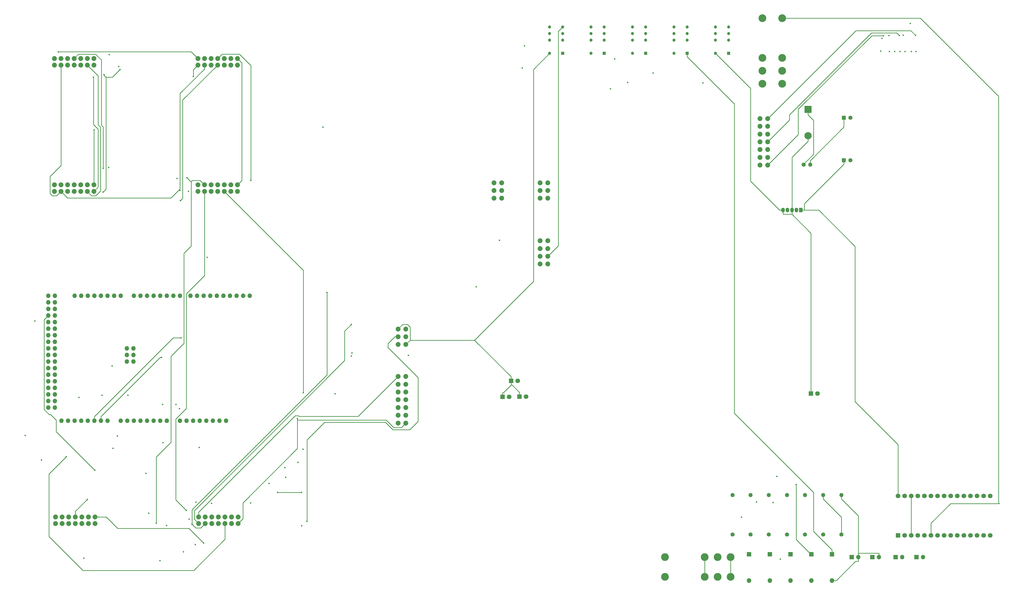
<source format=gbr>
G04 #@! TF.FileFunction,Copper,L2,Inr,Signal*
%FSLAX46Y46*%
G04 Gerber Fmt 4.6, Leading zero omitted, Abs format (unit mm)*
G04 Created by KiCad (PCBNEW 4.0.6) date 03/06/20 14:39:01*
%MOMM*%
%LPD*%
G01*
G04 APERTURE LIST*
%ADD10C,0.100000*%
%ADD11C,1.879600*%
%ADD12R,1.600000X1.600000*%
%ADD13C,1.600000*%
%ADD14R,1.800000X1.800000*%
%ADD15C,1.800000*%
%ADD16O,1.800000X1.800000*%
%ADD17R,2.800000X2.800000*%
%ADD18O,2.800000X2.800000*%
%ADD19R,1.200000X1.200000*%
%ADD20C,1.200000*%
%ADD21R,1.700000X1.700000*%
%ADD22O,1.700000X1.700000*%
%ADD23C,3.000000*%
%ADD24R,1.350000X1.800000*%
%ADD25O,1.350000X1.800000*%
%ADD26O,1.600000X1.600000*%
%ADD27O,1.727200X1.727200*%
%ADD28C,0.600000*%
%ADD29C,0.250000*%
G04 APERTURE END LIST*
D10*
D11*
X133400000Y-102400000D03*
X133400000Y-104940000D03*
X135940000Y-102400000D03*
X135940000Y-104940000D03*
X138480000Y-102400000D03*
X138480000Y-104940000D03*
X141020000Y-102400000D03*
X141020000Y-104940000D03*
X143560000Y-102400000D03*
X143560000Y-104940000D03*
X146100000Y-102400000D03*
X146100000Y-104940000D03*
X148640000Y-102400000D03*
X148640000Y-104940000D03*
X188800000Y-102400000D03*
X188800000Y-104940000D03*
X191340000Y-102400000D03*
X191340000Y-104940000D03*
X193880000Y-102400000D03*
X193880000Y-104940000D03*
X196420000Y-102400000D03*
X196420000Y-104940000D03*
X198960000Y-102400000D03*
X198960000Y-104940000D03*
X201500000Y-102400000D03*
X201500000Y-104940000D03*
X204040000Y-102400000D03*
X204040000Y-104940000D03*
X188800000Y-151200000D03*
X188800000Y-153740000D03*
X191340000Y-151200000D03*
X191340000Y-153740000D03*
X193880000Y-151200000D03*
X193880000Y-153740000D03*
X196420000Y-151200000D03*
X196420000Y-153740000D03*
X198960000Y-151200000D03*
X198960000Y-153740000D03*
X201500000Y-151200000D03*
X201500000Y-153740000D03*
X204040000Y-151200000D03*
X204040000Y-153740000D03*
X133400000Y-151200000D03*
X133400000Y-153740000D03*
X135940000Y-151200000D03*
X135940000Y-153740000D03*
X138480000Y-151200000D03*
X138480000Y-153740000D03*
X141020000Y-151200000D03*
X141020000Y-153740000D03*
X143560000Y-151200000D03*
X143560000Y-153740000D03*
X146100000Y-151200000D03*
X146100000Y-153740000D03*
X148640000Y-151200000D03*
X148640000Y-153740000D03*
X149100000Y-282000000D03*
X149100000Y-279460000D03*
X146560000Y-282000000D03*
X146560000Y-279460000D03*
X144020000Y-282000000D03*
X144020000Y-279460000D03*
X141480000Y-282000000D03*
X141480000Y-279460000D03*
X138940000Y-282000000D03*
X138940000Y-279460000D03*
X136400000Y-282000000D03*
X136400000Y-279460000D03*
X133860000Y-282000000D03*
X133860000Y-279460000D03*
X204343000Y-282000000D03*
X204343000Y-279460000D03*
X201803000Y-282000000D03*
X201803000Y-279460000D03*
X199263000Y-282000000D03*
X199263000Y-279460000D03*
X196723000Y-282000000D03*
X196723000Y-279460000D03*
X194183000Y-282000000D03*
X194183000Y-279460000D03*
X191643000Y-282000000D03*
X191643000Y-279460000D03*
X189103000Y-282000000D03*
X189103000Y-279460000D03*
D12*
X438000000Y-141707000D03*
D13*
X440500000Y-141707000D03*
D12*
X438000000Y-125273000D03*
D13*
X440500000Y-125273000D03*
D14*
X312852000Y-232995000D03*
D15*
X315392000Y-232995000D03*
D14*
X401444000Y-293832000D03*
D16*
X401444000Y-303992000D03*
D14*
X409444000Y-293832000D03*
D16*
X409444000Y-303992000D03*
D14*
X417444000Y-293832000D03*
D16*
X417444000Y-303992000D03*
D14*
X425444000Y-293832000D03*
D16*
X425444000Y-303992000D03*
D14*
X425298000Y-231800000D03*
D15*
X427838000Y-231800000D03*
D17*
X424155000Y-122072000D03*
D18*
X424155000Y-132232000D03*
D14*
X433444000Y-293832000D03*
D16*
X433444000Y-303992000D03*
D14*
X309601000Y-226924000D03*
D15*
X312141000Y-226924000D03*
D14*
X306350000Y-233071000D03*
D15*
X308890000Y-233071000D03*
D19*
X393540000Y-100450000D03*
D20*
X388460000Y-100450000D03*
X393540000Y-95370000D03*
X388460000Y-90290000D03*
X393540000Y-92830000D03*
X393540000Y-90290000D03*
X388460000Y-95370000D03*
X388460000Y-92830000D03*
D19*
X361540000Y-100450000D03*
D20*
X356460000Y-100450000D03*
X361540000Y-95370000D03*
X356460000Y-90290000D03*
X361540000Y-92830000D03*
X361540000Y-90290000D03*
X356460000Y-95370000D03*
X356460000Y-92830000D03*
D19*
X345540000Y-100450000D03*
D20*
X340460000Y-100450000D03*
X345540000Y-95370000D03*
X340460000Y-90290000D03*
X345540000Y-92830000D03*
X345540000Y-90290000D03*
X340460000Y-95370000D03*
X340460000Y-92830000D03*
D19*
X329540000Y-100450000D03*
D20*
X324460000Y-100450000D03*
X329540000Y-95370000D03*
X324460000Y-90290000D03*
X329540000Y-92830000D03*
X329540000Y-90290000D03*
X324460000Y-95370000D03*
X324460000Y-92830000D03*
D19*
X377540000Y-100450000D03*
D20*
X372460000Y-100450000D03*
X377540000Y-95370000D03*
X372460000Y-90290000D03*
X377540000Y-92830000D03*
X377540000Y-90290000D03*
X372460000Y-95370000D03*
X372460000Y-92830000D03*
D21*
X466000000Y-295000000D03*
D22*
X468540000Y-295000000D03*
D14*
X458927000Y-286588000D03*
D15*
X461467000Y-286588000D03*
X464007000Y-286588000D03*
X466547000Y-286588000D03*
X469087000Y-286588000D03*
X471627000Y-286588000D03*
X474167000Y-286588000D03*
X476707000Y-286588000D03*
X479247000Y-286588000D03*
X481787000Y-286588000D03*
X484327000Y-286588000D03*
X486867000Y-286588000D03*
X489407000Y-286588000D03*
X491947000Y-286588000D03*
X494487000Y-286588000D03*
X494487000Y-271348000D03*
X491947000Y-271348000D03*
X489407000Y-271348000D03*
X486867000Y-271348000D03*
X484327000Y-271348000D03*
X481787000Y-271348000D03*
X479247000Y-271348000D03*
X476707000Y-271348000D03*
X474167000Y-271348000D03*
X471627000Y-271348000D03*
X469087000Y-271348000D03*
X466547000Y-271348000D03*
X464007000Y-271348000D03*
X461467000Y-271348000D03*
X458927000Y-271348000D03*
D23*
X414198000Y-86842600D03*
X406578000Y-86842600D03*
X414198000Y-107162600D03*
X406578000Y-112162600D03*
X406578000Y-102162600D03*
X414198000Y-102162600D03*
X406578000Y-107162600D03*
X414198000Y-112162600D03*
D24*
X421361000Y-160934000D03*
D25*
X419661000Y-160934000D03*
X417961000Y-160934000D03*
X416261000Y-160934000D03*
X414561000Y-160934000D03*
D21*
X449000000Y-295000000D03*
D22*
X451540000Y-295000000D03*
D13*
X422453000Y-143408000D03*
D26*
X424993000Y-143408000D03*
D21*
X458000000Y-295000000D03*
D22*
X460540000Y-295000000D03*
D13*
X395039000Y-286236000D03*
D26*
X395039000Y-270996000D03*
D13*
X402039000Y-286236000D03*
D26*
X402039000Y-270996000D03*
D13*
X409039000Y-286236000D03*
D26*
X409039000Y-270996000D03*
D13*
X416039000Y-286236000D03*
D26*
X416039000Y-270996000D03*
D13*
X423039000Y-286236000D03*
D26*
X423039000Y-270996000D03*
D23*
X369000000Y-295000000D03*
X369000000Y-302620000D03*
X389320000Y-295000000D03*
X394320000Y-302620000D03*
X384320000Y-302620000D03*
X384320000Y-295000000D03*
X389320000Y-302620000D03*
X394320000Y-295000000D03*
D13*
X437039000Y-286236000D03*
D26*
X437039000Y-270996000D03*
D13*
X430039000Y-286236000D03*
D26*
X430039000Y-270996000D03*
D27*
X163932000Y-219456000D03*
X161392000Y-219456000D03*
X161392000Y-216916000D03*
X163932000Y-216916000D03*
X161392000Y-214376000D03*
X176759000Y-242316000D03*
X181839000Y-242316000D03*
X184379000Y-242316000D03*
X186919000Y-242316000D03*
X189459000Y-242316000D03*
X191999000Y-242316000D03*
X194539000Y-242316000D03*
X197079000Y-242316000D03*
X141199000Y-194056000D03*
X143739000Y-194056000D03*
X146279000Y-194056000D03*
X148819000Y-194056000D03*
X151359000Y-194056000D03*
X153899000Y-194056000D03*
X156439000Y-194056000D03*
X158979000Y-194056000D03*
X164059000Y-194056000D03*
X166599000Y-194056000D03*
X169139000Y-194056000D03*
X171679000Y-194056000D03*
X174219000Y-194056000D03*
X176759000Y-194056000D03*
X179299000Y-194056000D03*
X181839000Y-194056000D03*
X201143000Y-194056000D03*
X185903000Y-194056000D03*
X188443000Y-194056000D03*
X190983000Y-194056000D03*
X208763000Y-194056000D03*
X206223000Y-194056000D03*
X203683000Y-194056000D03*
X198603000Y-194056000D03*
X196063000Y-194056000D03*
X193523000Y-194056000D03*
X199619000Y-242316000D03*
X174219000Y-242316000D03*
X171679000Y-242316000D03*
X169139000Y-242316000D03*
X166599000Y-242316000D03*
X164059000Y-242316000D03*
X161519000Y-242316000D03*
X158979000Y-242316000D03*
X153899000Y-242316000D03*
X151359000Y-242316000D03*
X148819000Y-242316000D03*
X146279000Y-242316000D03*
X143739000Y-242316000D03*
X141199000Y-242316000D03*
X138659000Y-242316000D03*
X136119000Y-242316000D03*
X133579000Y-194056000D03*
X131039000Y-194056000D03*
X133579000Y-196596000D03*
X131039000Y-196596000D03*
X133579000Y-199136000D03*
X131039000Y-199136000D03*
X133579000Y-201676000D03*
X131039000Y-201676000D03*
X133579000Y-204216000D03*
X131039000Y-204216000D03*
X133579000Y-206756000D03*
X131039000Y-206756000D03*
X133579000Y-209296000D03*
X131039000Y-209296000D03*
X133579000Y-211836000D03*
X131039000Y-211836000D03*
X133579000Y-214376000D03*
X131039000Y-214376000D03*
X133579000Y-216916000D03*
X131039000Y-216916000D03*
X133579000Y-219456000D03*
X131039000Y-219456000D03*
X133579000Y-221996000D03*
X131039000Y-221996000D03*
X133579000Y-224536000D03*
X131039000Y-224536000D03*
X133579000Y-227076000D03*
X131039000Y-227076000D03*
X133579000Y-229616000D03*
X131039000Y-229616000D03*
X133579000Y-232156000D03*
X131039000Y-232156000D03*
X133579000Y-234696000D03*
X131039000Y-234696000D03*
X133579000Y-237236000D03*
X131039000Y-237236000D03*
X163932000Y-214376000D03*
D11*
X269000000Y-243200000D03*
X266002800Y-243200000D03*
X269000000Y-240202800D03*
X266002800Y-240202800D03*
X269000000Y-237205600D03*
X266002800Y-237205600D03*
X269000000Y-234208400D03*
X266002800Y-234208400D03*
X269000000Y-231211200D03*
X266002800Y-231211200D03*
X269000000Y-228214000D03*
X266002800Y-228214000D03*
X269000000Y-225216800D03*
X266002800Y-225216800D03*
X408600000Y-143600000D03*
X405602800Y-143600000D03*
X408600000Y-140602800D03*
X405602800Y-140602800D03*
X408600000Y-137605600D03*
X405602800Y-137605600D03*
X408600000Y-134608400D03*
X405602800Y-134608400D03*
X408600000Y-131611200D03*
X405602800Y-131611200D03*
X408600000Y-128614000D03*
X405602800Y-128614000D03*
X408600000Y-125616800D03*
X405602800Y-125616800D03*
X323800000Y-181800000D03*
X320802800Y-181800000D03*
X323800000Y-178802800D03*
X320802800Y-178802800D03*
X323800000Y-175805600D03*
X320802800Y-175805600D03*
X323800000Y-172808400D03*
X320802800Y-172808400D03*
X323800000Y-156400000D03*
X320802800Y-156400000D03*
X323800000Y-153402800D03*
X320802800Y-153402800D03*
X323800000Y-150405600D03*
X320802800Y-150405600D03*
X306000000Y-156400000D03*
X303002800Y-156400000D03*
X306000000Y-153402800D03*
X303002800Y-153402800D03*
X306000000Y-150405600D03*
X303002800Y-150405600D03*
X268986000Y-212877000D03*
X265988800Y-212877000D03*
X268986000Y-209879800D03*
X265988800Y-209879800D03*
X268986000Y-206882600D03*
X265988800Y-206882600D03*
D21*
X441000000Y-295000000D03*
D22*
X443540000Y-295000000D03*
D28*
X125920500Y-203758800D03*
X412165800Y-263804400D03*
X419595300Y-266966700D03*
X364426500Y-107988100D03*
X237109000Y-128905000D03*
X410743400Y-273850100D03*
X404291800Y-273634200D03*
X398538700Y-279565100D03*
X134945200Y-99877600D03*
X227162100Y-241425000D03*
X190995300Y-289572700D03*
X187011900Y-109359200D03*
X185146300Y-153740000D03*
X227457000Y-258356100D03*
X222656400Y-264147300D03*
X209092800Y-274053300D03*
X172721100Y-281852500D03*
X184611800Y-148533300D03*
X184332800Y-276936600D03*
X181877800Y-153365700D03*
X137972800Y-256209800D03*
X156019500Y-252984000D03*
X175323500Y-250761500D03*
X181733500Y-237656400D03*
X176666600Y-282740400D03*
X180757800Y-148776600D03*
X194087400Y-274196400D03*
X152205100Y-153972600D03*
X248016400Y-217370800D03*
X152565500Y-108600600D03*
X158732300Y-106705500D03*
X228739700Y-269989300D03*
X219532200Y-269989300D03*
X169875200Y-278053800D03*
X185407300Y-280327100D03*
X152250800Y-144882700D03*
X209179500Y-149520600D03*
X146101700Y-272691300D03*
X248240500Y-216144900D03*
X182055900Y-157340800D03*
X187833000Y-290131500D03*
X174155100Y-296303700D03*
X229387400Y-253301500D03*
X222338900Y-260438900D03*
X216204800Y-266547600D03*
X188009900Y-273732600D03*
X158266000Y-105504200D03*
X241755400Y-231858300D03*
X229441600Y-231513100D03*
X186563000Y-282282900D03*
X154338500Y-144497200D03*
X154581100Y-100895900D03*
X238587800Y-192740700D03*
X144780000Y-295376600D03*
X247956900Y-205127000D03*
X148770700Y-129919200D03*
X148522900Y-109596100D03*
X453324500Y-93593400D03*
X452214200Y-99533900D03*
X455384800Y-93533100D03*
X455634000Y-99721900D03*
X452684300Y-94679000D03*
X457634000Y-99760300D03*
X459381400Y-93536500D03*
X459634000Y-99727400D03*
X460953300Y-93487800D03*
X461569200Y-99720000D03*
X463634000Y-88881100D03*
X464037400Y-99726800D03*
X465634000Y-93461000D03*
X465817400Y-99717300D03*
X180378100Y-236004100D03*
X269976600Y-217055700D03*
X305104800Y-172669200D03*
X192405000Y-179197000D03*
X142887700Y-233299000D03*
X151815800Y-232524300D03*
X296189400Y-190538100D03*
X161772600Y-232524300D03*
X128473200Y-257429000D03*
X182277300Y-210317700D03*
X174774000Y-217821000D03*
X313944000Y-106045000D03*
X314833000Y-97536000D03*
X354609400Y-111709200D03*
X349618300Y-102590600D03*
X383667000Y-111861600D03*
X347980000Y-114147600D03*
X189349400Y-252619900D03*
X413537400Y-295719500D03*
X122148600Y-247942100D03*
X183235600Y-292925500D03*
X175196500Y-236042200D03*
X155663900Y-221183200D03*
X148996200Y-261434300D03*
X230898700Y-281190700D03*
X157695900Y-248221500D03*
X168783000Y-262610600D03*
X228854000Y-282829000D03*
D29*
X458927000Y-271348000D02*
X458927000Y-251561400D01*
X428294400Y-160934000D02*
X421361000Y-160934000D01*
X442341000Y-174980600D02*
X428294400Y-160934000D01*
X442341000Y-234975400D02*
X442341000Y-174980600D01*
X458927000Y-251561400D02*
X442341000Y-234975400D01*
X422761300Y-158471000D02*
X438000000Y-143232300D01*
X438000000Y-141707000D02*
X438000000Y-143232300D01*
X421361000Y-160934000D02*
X422761300Y-160934000D01*
X422761300Y-160934000D02*
X422761300Y-158471000D01*
X424993000Y-143408000D02*
X424993000Y-141882700D01*
X438000000Y-128875700D02*
X438000000Y-125273000D01*
X424993000Y-141882700D02*
X438000000Y-128875700D01*
X425444000Y-293832000D02*
X425251600Y-293832000D01*
X425251600Y-293832000D02*
X419595300Y-288175700D01*
X419595300Y-288175700D02*
X419595300Y-266966700D01*
X424155000Y-122072000D02*
X424155000Y-124197300D01*
X426280300Y-126322600D02*
X424155000Y-124197300D01*
X426280300Y-139392700D02*
X426280300Y-126322600D01*
X422453000Y-143220000D02*
X426280300Y-139392700D01*
X422453000Y-143408000D02*
X422453000Y-143220000D01*
X377540000Y-100450000D02*
X377540000Y-101775300D01*
X377540000Y-101775300D02*
X395718100Y-119953400D01*
X395718100Y-119953400D02*
X395718100Y-239393800D01*
X395718100Y-239393800D02*
X426294400Y-269970100D01*
X426294400Y-269970100D02*
X426294400Y-285057100D01*
X426294400Y-285057100D02*
X433444000Y-292206700D01*
X433444000Y-293832000D02*
X433444000Y-292206700D01*
X135032200Y-99790600D02*
X134945200Y-99877600D01*
X186190600Y-99790600D02*
X135032200Y-99790600D01*
X188800000Y-102400000D02*
X186190600Y-99790600D01*
X267296900Y-244903100D02*
X269000000Y-243200000D01*
X264337600Y-244903100D02*
X267296900Y-244903100D01*
X261461400Y-242026900D02*
X264337600Y-244903100D01*
X227162100Y-242026900D02*
X261461400Y-242026900D01*
X227162100Y-253017800D02*
X227162100Y-242026900D01*
X206154900Y-274025000D02*
X227162100Y-253017800D01*
X206154900Y-280188100D02*
X206154900Y-274025000D01*
X204343000Y-282000000D02*
X206154900Y-280188100D01*
X227162100Y-242026900D02*
X227162100Y-241425000D01*
X149100000Y-279460000D02*
X153387100Y-279460000D01*
X185343800Y-283921200D02*
X190995300Y-289572700D01*
X157848300Y-283921200D02*
X185343800Y-283921200D01*
X153387100Y-279460000D02*
X157848300Y-283921200D01*
X187011900Y-106728100D02*
X187011900Y-109359200D01*
X188800000Y-104940000D02*
X187011900Y-106728100D01*
X186188900Y-174833500D02*
X186188900Y-149961200D01*
X183428000Y-177594400D02*
X186188900Y-174833500D01*
X183428000Y-212393100D02*
X183428000Y-177594400D01*
X178377900Y-217443200D02*
X183428000Y-212393100D01*
X178377900Y-250624700D02*
X178377900Y-217443200D01*
X172721200Y-256281400D02*
X178377900Y-250624700D01*
X172721200Y-281852500D02*
X172721200Y-256281400D01*
X172721100Y-281852500D02*
X172721200Y-281852500D01*
X186632500Y-149517600D02*
X186188900Y-149961200D01*
X189657600Y-149517600D02*
X186632500Y-149517600D01*
X191340000Y-151200000D02*
X189657600Y-149517600D01*
X186039700Y-149961200D02*
X184611800Y-148533300D01*
X186188900Y-149961200D02*
X186039700Y-149961200D01*
X191340000Y-186266100D02*
X191340000Y-153740000D01*
X184288700Y-193317400D02*
X191340000Y-186266100D01*
X184288700Y-237554200D02*
X184288700Y-193317400D01*
X180250100Y-241592800D02*
X184288700Y-237554200D01*
X180250100Y-272853900D02*
X180250100Y-241592800D01*
X184332800Y-276936600D02*
X180250100Y-272853900D01*
X181578900Y-153066800D02*
X181877800Y-153365700D01*
X135940000Y-143745800D02*
X135940000Y-104940000D01*
X131732900Y-147952900D02*
X135940000Y-143745800D01*
X131732900Y-154493300D02*
X131732900Y-147952900D01*
X132648600Y-155409000D02*
X131732900Y-154493300D01*
X134271000Y-155409000D02*
X132648600Y-155409000D01*
X135940000Y-153740000D02*
X134271000Y-155409000D01*
X191340000Y-106481200D02*
X191340000Y-104940000D01*
X181885700Y-115935500D02*
X191340000Y-106481200D01*
X181885700Y-152760000D02*
X181885700Y-115935500D01*
X181578900Y-153066800D02*
X181885700Y-152760000D01*
X178368300Y-156277400D02*
X181578900Y-153066800D01*
X138477400Y-156277400D02*
X178368300Y-156277400D01*
X135940000Y-153740000D02*
X138477400Y-156277400D01*
X199263000Y-288036000D02*
X187198000Y-300101000D01*
X187198000Y-300101000D02*
X144424400Y-300101000D01*
X144424400Y-300101000D02*
X131318000Y-286994600D01*
X131318000Y-286994600D02*
X131318000Y-262864600D01*
X131318000Y-262864600D02*
X137972800Y-256209800D01*
X199263000Y-282000000D02*
X199263000Y-288036000D01*
X155788900Y-109648900D02*
X158732300Y-106705500D01*
X153308600Y-109648900D02*
X155788900Y-109648900D01*
X153308600Y-152869100D02*
X153308600Y-109648900D01*
X152205100Y-153972600D02*
X153308600Y-152869100D01*
X152565500Y-108905800D02*
X152565500Y-108600600D01*
X153308600Y-109648900D02*
X152565500Y-108905800D01*
X219532200Y-269989300D02*
X223050100Y-269989300D01*
X223050100Y-269989300D02*
X228739700Y-269989300D01*
X142705100Y-100714900D02*
X141020000Y-102400000D01*
X149313000Y-100714900D02*
X142705100Y-100714900D01*
X151540200Y-102942100D02*
X149313000Y-100714900D01*
X151540200Y-128124500D02*
X151540200Y-102942100D01*
X152250800Y-128835100D02*
X151540200Y-128124500D01*
X152250800Y-144882700D02*
X152250800Y-128835100D01*
X209179500Y-105118200D02*
X209179500Y-149520600D01*
X204776000Y-100714700D02*
X209179500Y-105118200D01*
X198105300Y-100714700D02*
X204776000Y-100714700D01*
X196420000Y-102400000D02*
X198105300Y-100714700D01*
X141480000Y-279460000D02*
X141480000Y-277313000D01*
X141480000Y-277313000D02*
X146101700Y-272691300D01*
X182922100Y-156474600D02*
X182055900Y-157340800D01*
X182922100Y-118437900D02*
X182922100Y-156474600D01*
X196420000Y-104940000D02*
X182922100Y-118437900D01*
X229441600Y-184221600D02*
X198960000Y-153740000D01*
X229441600Y-231513100D02*
X229441600Y-184221600D01*
X238587800Y-224637900D02*
X238587800Y-192740700D01*
X186522500Y-276703200D02*
X238587800Y-224637900D01*
X186522500Y-282298400D02*
X186522500Y-276703200D01*
X189930800Y-283712200D02*
X191643000Y-282000000D01*
X187936300Y-283712200D02*
X189930800Y-283712200D01*
X186522500Y-282298400D02*
X187936300Y-283712200D01*
X150329400Y-109169400D02*
X146100000Y-104940000D01*
X150329400Y-128116300D02*
X150329400Y-109169400D01*
X151179700Y-128966600D02*
X150329400Y-128116300D01*
X151179700Y-153571800D02*
X151179700Y-128966600D01*
X149346300Y-155405200D02*
X151179700Y-153571800D01*
X147765200Y-155405200D02*
X149346300Y-155405200D01*
X146100000Y-153740000D02*
X147765200Y-155405200D01*
X148640000Y-130049900D02*
X148640000Y-151200000D01*
X148770700Y-129919200D02*
X148640000Y-130049900D01*
X205755000Y-149485000D02*
X204040000Y-151200000D01*
X205755000Y-104115000D02*
X205755000Y-149485000D01*
X204040000Y-102400000D02*
X205755000Y-104115000D01*
X245403200Y-207680700D02*
X247956900Y-205127000D01*
X245403200Y-219025200D02*
X245403200Y-207680700D01*
X187426300Y-277002100D02*
X245403200Y-219025200D01*
X187426300Y-280323300D02*
X187426300Y-277002100D01*
X189103000Y-282000000D02*
X187426300Y-280323300D01*
X148522900Y-127937700D02*
X148522900Y-109596100D01*
X150329400Y-129744200D02*
X148522900Y-127937700D01*
X150329400Y-152050600D02*
X150329400Y-129744200D01*
X148640000Y-153740000D02*
X150329400Y-152050600D01*
X250640100Y-240579500D02*
X266002800Y-225216800D01*
X227766700Y-240579500D02*
X250640100Y-240579500D01*
X227586900Y-240399700D02*
X227766700Y-240579500D01*
X226358100Y-240399700D02*
X227586900Y-240399700D01*
X189103000Y-277654800D02*
X226358100Y-240399700D01*
X189103000Y-279460000D02*
X189103000Y-277654800D01*
X448805200Y-93593400D02*
X453324500Y-93593400D01*
X420364700Y-122033900D02*
X448805200Y-93593400D01*
X420364700Y-131835300D02*
X420364700Y-122033900D01*
X408600000Y-143600000D02*
X420364700Y-131835300D01*
X458347800Y-92502900D02*
X459381400Y-93536500D01*
X448651200Y-92502900D02*
X458347800Y-92502900D01*
X416963600Y-124190500D02*
X448651200Y-92502900D01*
X416963600Y-126244800D02*
X416963600Y-124190500D01*
X408600000Y-134608400D02*
X416963600Y-126244800D01*
X463825600Y-91652600D02*
X465634000Y-93461000D01*
X442644800Y-91652600D02*
X463825600Y-91652600D01*
X408680600Y-125616800D02*
X442644800Y-91652600D01*
X408600000Y-125616800D02*
X408680600Y-125616800D01*
X148819000Y-242316000D02*
X148819000Y-240727100D01*
X179228400Y-210317700D02*
X182277300Y-210317700D01*
X148819000Y-240727100D02*
X179228400Y-210317700D01*
X151359000Y-242316000D02*
X151359000Y-240727100D01*
X174265100Y-217821000D02*
X174774000Y-217821000D01*
X151359000Y-240727100D02*
X174265100Y-217821000D01*
X327850300Y-91979700D02*
X329540000Y-90290000D01*
X327850300Y-174752500D02*
X327850300Y-91979700D01*
X323800000Y-178802800D02*
X327850300Y-174752500D01*
X471627000Y-286588000D02*
X471627000Y-281876700D01*
X467499700Y-86842600D02*
X414198000Y-86842600D01*
X497674900Y-117017800D02*
X467499700Y-86842600D01*
X497674900Y-273964400D02*
X497674900Y-117017800D01*
X497992400Y-274281900D02*
X497674900Y-273964400D01*
X479221800Y-274281900D02*
X497992400Y-274281900D01*
X471627000Y-281876700D02*
X479221800Y-274281900D01*
X134099700Y-246537800D02*
X148996200Y-261434300D01*
X134099700Y-242077900D02*
X134099700Y-246537800D01*
X131966300Y-239944500D02*
X134099700Y-242077900D01*
X131434100Y-239944500D02*
X131966300Y-239944500D01*
X129423700Y-237934100D02*
X131434100Y-239944500D01*
X129423700Y-203291300D02*
X129423700Y-237934100D01*
X131039000Y-201676000D02*
X129423700Y-203291300D01*
X464007000Y-271348000D02*
X464007000Y-286588000D01*
X417961000Y-140551300D02*
X424155000Y-134357300D01*
X417961000Y-160934000D02*
X417961000Y-140551300D01*
X424155000Y-132232000D02*
X424155000Y-134357300D01*
X414561000Y-162559300D02*
X417961000Y-162559300D01*
X414561000Y-160934000D02*
X414561000Y-162559300D01*
X417961000Y-160934000D02*
X417961000Y-162559300D01*
X425298000Y-169896300D02*
X417961000Y-162559300D01*
X425298000Y-231800000D02*
X425298000Y-169896300D01*
X437039000Y-270996000D02*
X437039000Y-272521300D01*
X451540000Y-295000000D02*
X451540000Y-293424700D01*
X443540000Y-293424700D02*
X451540000Y-293424700D01*
X443540000Y-279022300D02*
X443540000Y-293424700D01*
X437039000Y-272521300D02*
X443540000Y-279022300D01*
X443540000Y-293424700D02*
X443540000Y-295000000D01*
X442486000Y-296575300D02*
X435069300Y-303992000D01*
X443540000Y-296575300D02*
X442486000Y-296575300D01*
X443540000Y-295000000D02*
X443540000Y-296575300D01*
X433444000Y-303992000D02*
X435069300Y-303992000D01*
X270654300Y-206186200D02*
X270654300Y-211208700D01*
X269643200Y-205175100D02*
X270654300Y-206186200D01*
X267696300Y-205175100D02*
X269643200Y-205175100D01*
X265988800Y-206882600D02*
X267696300Y-205175100D01*
X270654300Y-211208700D02*
X268986000Y-212877000D01*
X310031600Y-228549300D02*
X312852000Y-231369700D01*
X309601000Y-228549300D02*
X310031600Y-228549300D01*
X312852000Y-232995000D02*
X312852000Y-231369700D01*
X309601000Y-226924000D02*
X309601000Y-228549300D01*
X306704600Y-231445700D02*
X309601000Y-228549300D01*
X306350000Y-231445700D02*
X306704600Y-231445700D01*
X306350000Y-233071000D02*
X306350000Y-231445700D01*
X318234800Y-106675200D02*
X324460000Y-100450000D01*
X318234800Y-188484900D02*
X318234800Y-106675200D01*
X295511000Y-211208700D02*
X318234800Y-188484900D01*
X270654300Y-211208700D02*
X295511000Y-211208700D01*
X309601000Y-225298700D02*
X309601000Y-226924000D01*
X295511000Y-211208700D02*
X309601000Y-225298700D01*
X401965500Y-149738800D02*
X413160700Y-160934000D01*
X401965500Y-113955500D02*
X401965500Y-149738800D01*
X388460000Y-100450000D02*
X401965500Y-113955500D01*
X414561000Y-160934000D02*
X413160700Y-160934000D01*
X262089700Y-213778900D02*
X262089700Y-212509300D01*
X264719200Y-209879800D02*
X265988800Y-209879800D01*
X262089700Y-212509300D02*
X264719200Y-209879800D01*
X230898700Y-281190700D02*
X230898700Y-249707400D01*
X261988300Y-213880300D02*
X262089700Y-213778900D01*
X261988300Y-213880700D02*
X261988300Y-213880300D01*
X273761200Y-225653600D02*
X261988300Y-213880700D01*
X273761200Y-242570000D02*
X273761200Y-225653600D01*
X270548100Y-245783100D02*
X273761200Y-242570000D01*
X263956800Y-245783100D02*
X270548100Y-245783100D01*
X261099300Y-242925600D02*
X263956800Y-245783100D01*
X237680500Y-242925600D02*
X261099300Y-242925600D01*
X230898700Y-249707400D02*
X237680500Y-242925600D01*
X394320000Y-295000000D02*
X394320000Y-302620000D01*
X384320000Y-295000000D02*
X384320000Y-302620000D01*
X437039000Y-279521300D02*
X437039000Y-286236000D01*
X430039000Y-272521300D02*
X437039000Y-279521300D01*
X430039000Y-270996000D02*
X430039000Y-272521300D01*
M02*

</source>
